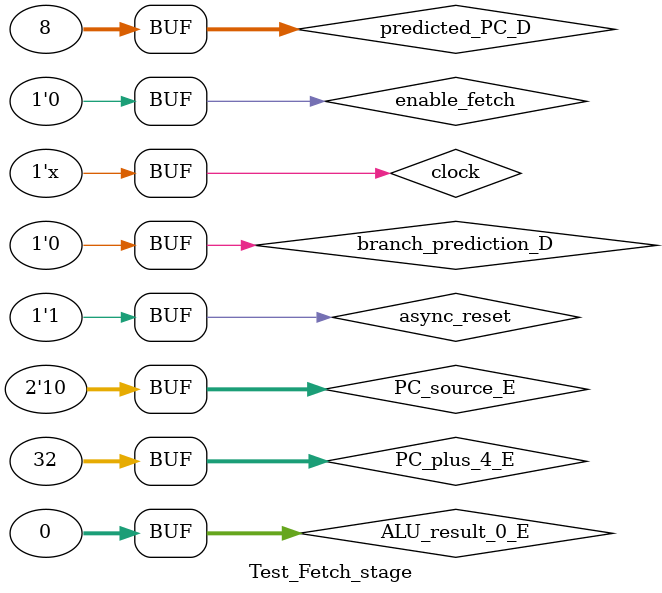
<source format=sv>
`timescale 1ns / 1ps

module Test_Fetch_stage;

  // Inputs
  logic [1:0] PC_source_E;
  logic [31:0] PC_plus_4_E, ALU_result_0_E;
  logic enable_fetch;
  logic branch_prediction_D;
  logic [31:0] predicted_PC_D;
  logic clock, async_reset;

  // Outputs
  reg [31:0] PC_F, PC_plus_4_F;

  // Instantiate the module
  Fetch_stage uut (
    .PC_source_E(PC_source_E),
    .PC_plus_4_E(PC_plus_4_E),
    .ALU_result_0_E(ALU_result_0_E),
    .enable_fetch(enable_fetch),
    .branch_prediction_D(branch_prediction_D),
    .predicted_PC_D(predicted_PC_D),
    .clock(clock),
    .async_reset(async_reset),
    .PC_F(PC_F),
    .PC_plus_4_F(PC_plus_4_F)
  );
  
  // Stimulus generation
  initial begin
	
	 clock = 0; async_reset = 0; #10; async_reset = 1;
    // Test case 1: Default values
    enable_fetch = 1;
    PC_source_E = 2'b00; // Choose PC_plus_4_F
    PC_plus_4_E = 32'h0000_0004;
    ALU_result_0_E = 32'h0000_0000;
    branch_prediction_D = 0;
    predicted_PC_D = 32'h0000_0008;
	
	
    #10;
    // Test case 2: Enable the fetch stage
    enable_fetch = 1;
    PC_source_E = 2'b01; // Choose ALU_result_0_E
    PC_plus_4_E = 32'h0000_0000;
    ALU_result_0_E = 32'h0000_0010;

    #10;
    // Test case 3: Disable the fetch stage
    enable_fetch = 0;
    PC_source_E = 2'b10; // Choose PC_plus_4_E
    PC_plus_4_E = 32'h0000_0020;
    ALU_result_0_E = 32'h0000_0000;

	 #10;
  end
  
  always #5 clock = ~clock;
endmodule

</source>
